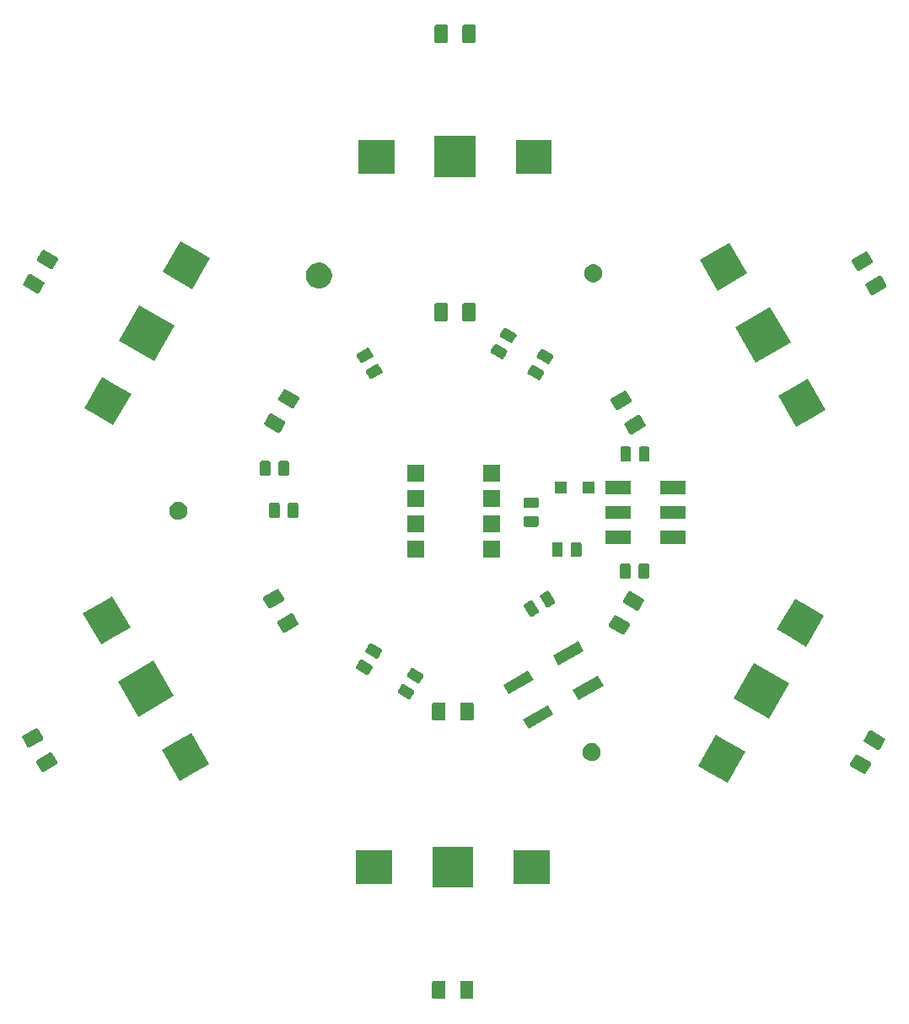
<source format=gts>
G04 #@! TF.GenerationSoftware,KiCad,Pcbnew,(5.1.0)-1*
G04 #@! TF.CreationDate,2019-12-07T09:56:38-05:00*
G04 #@! TF.ProjectId,snowflake,736e6f77-666c-4616-9b65-2e6b69636164,rev?*
G04 #@! TF.SameCoordinates,Original*
G04 #@! TF.FileFunction,Soldermask,Top*
G04 #@! TF.FilePolarity,Negative*
%FSLAX46Y46*%
G04 Gerber Fmt 4.6, Leading zero omitted, Abs format (unit mm)*
G04 Created by KiCad (PCBNEW (5.1.0)-1) date 2019-12-07 09:56:38*
%MOMM*%
%LPD*%
G04 APERTURE LIST*
%ADD10C,0.100000*%
G04 APERTURE END LIST*
D10*
G36*
X150365679Y-169184762D02*
G01*
X150402219Y-169195847D01*
X150435896Y-169213848D01*
X150465416Y-169238074D01*
X150489642Y-169267594D01*
X150507643Y-169301271D01*
X150518728Y-169337811D01*
X150523075Y-169381953D01*
X150523075Y-170830877D01*
X150518728Y-170875019D01*
X150507643Y-170911559D01*
X150489642Y-170945236D01*
X150465416Y-170974756D01*
X150435896Y-170998982D01*
X150402219Y-171016983D01*
X150365679Y-171028068D01*
X150321537Y-171032415D01*
X149372613Y-171032415D01*
X149328471Y-171028068D01*
X149291931Y-171016983D01*
X149258254Y-170998982D01*
X149228734Y-170974756D01*
X149204508Y-170945236D01*
X149186507Y-170911559D01*
X149175422Y-170875019D01*
X149171075Y-170830877D01*
X149171075Y-169381953D01*
X149175422Y-169337811D01*
X149186507Y-169301271D01*
X149204508Y-169267594D01*
X149228734Y-169238074D01*
X149258254Y-169213848D01*
X149291931Y-169195847D01*
X149328471Y-169184762D01*
X149372613Y-169180415D01*
X150321537Y-169180415D01*
X150365679Y-169184762D01*
X150365679Y-169184762D01*
G37*
G36*
X147565679Y-169184762D02*
G01*
X147602219Y-169195847D01*
X147635896Y-169213848D01*
X147665416Y-169238074D01*
X147689642Y-169267594D01*
X147707643Y-169301271D01*
X147718728Y-169337811D01*
X147723075Y-169381953D01*
X147723075Y-170830877D01*
X147718728Y-170875019D01*
X147707643Y-170911559D01*
X147689642Y-170945236D01*
X147665416Y-170974756D01*
X147635896Y-170998982D01*
X147602219Y-171016983D01*
X147565679Y-171028068D01*
X147521537Y-171032415D01*
X146572613Y-171032415D01*
X146528471Y-171028068D01*
X146491931Y-171016983D01*
X146458254Y-170998982D01*
X146428734Y-170974756D01*
X146404508Y-170945236D01*
X146386507Y-170911559D01*
X146375422Y-170875019D01*
X146371075Y-170830877D01*
X146371075Y-169381953D01*
X146375422Y-169337811D01*
X146386507Y-169301271D01*
X146404508Y-169267594D01*
X146428734Y-169238074D01*
X146458254Y-169213848D01*
X146491931Y-169195847D01*
X146528471Y-169184762D01*
X146572613Y-169180415D01*
X147521537Y-169180415D01*
X147565679Y-169184762D01*
X147565679Y-169184762D01*
G37*
G36*
X150498085Y-159838408D02*
G01*
X146396085Y-159838408D01*
X146396085Y-155736408D01*
X150498085Y-155736408D01*
X150498085Y-159838408D01*
X150498085Y-159838408D01*
G37*
G36*
X158148085Y-159488408D02*
G01*
X154546085Y-159488408D01*
X154546085Y-156086408D01*
X158148085Y-156086408D01*
X158148085Y-159488408D01*
X158148085Y-159488408D01*
G37*
G36*
X142348085Y-159488408D02*
G01*
X138746085Y-159488408D01*
X138746085Y-156086408D01*
X142348085Y-156086408D01*
X142348085Y-159488408D01*
X142348085Y-159488408D01*
G37*
G36*
X176124343Y-145224400D02*
G01*
X177835525Y-146212351D01*
X176034525Y-149331775D01*
X176034524Y-149331775D01*
X174360258Y-148365137D01*
X173088305Y-147630775D01*
X174889305Y-144511351D01*
X174889306Y-144511351D01*
X176124343Y-145224400D01*
X176124343Y-145224400D01*
G37*
G36*
X123965929Y-147422070D02*
G01*
X122602636Y-148209167D01*
X121019710Y-149123070D01*
X121019709Y-149123070D01*
X119218709Y-146003646D01*
X120691819Y-145153146D01*
X122164928Y-144302646D01*
X122164929Y-144302646D01*
X123965929Y-147422070D01*
X123965929Y-147422070D01*
G37*
G36*
X189013493Y-146477263D02*
G01*
X189050679Y-146485934D01*
X189091086Y-146504241D01*
X190345885Y-147228700D01*
X190381938Y-147254536D01*
X190408044Y-147282409D01*
X190428209Y-147314837D01*
X190441659Y-147350572D01*
X190447880Y-147388254D01*
X190446631Y-147426419D01*
X190437959Y-147463607D01*
X190419653Y-147504011D01*
X189945194Y-148325799D01*
X189919360Y-148361851D01*
X189891485Y-148387958D01*
X189859057Y-148408123D01*
X189823322Y-148421573D01*
X189785640Y-148427794D01*
X189747475Y-148426545D01*
X189710289Y-148417874D01*
X189669882Y-148399567D01*
X188415083Y-147675108D01*
X188379030Y-147649272D01*
X188352924Y-147621399D01*
X188332759Y-147588971D01*
X188319309Y-147553236D01*
X188313088Y-147515554D01*
X188314337Y-147477389D01*
X188323009Y-147440201D01*
X188341315Y-147399797D01*
X188815774Y-146578009D01*
X188841608Y-146541957D01*
X188869483Y-146515850D01*
X188901911Y-146495685D01*
X188937646Y-146482235D01*
X188975328Y-146476014D01*
X189013493Y-146477263D01*
X189013493Y-146477263D01*
G37*
G36*
X108116585Y-146273528D02*
G01*
X108152320Y-146286978D01*
X108184748Y-146307143D01*
X108212623Y-146333250D01*
X108238457Y-146369302D01*
X108712916Y-147191090D01*
X108731222Y-147231494D01*
X108739894Y-147268682D01*
X108741143Y-147306847D01*
X108734922Y-147344529D01*
X108721472Y-147380264D01*
X108701307Y-147412692D01*
X108675201Y-147440565D01*
X108639148Y-147466401D01*
X107384349Y-148190860D01*
X107343942Y-148209167D01*
X107306756Y-148217838D01*
X107268591Y-148219087D01*
X107230909Y-148212866D01*
X107195174Y-148199416D01*
X107162746Y-148179251D01*
X107134871Y-148153144D01*
X107109037Y-148117092D01*
X106634578Y-147295304D01*
X106616272Y-147254900D01*
X106607600Y-147217712D01*
X106606351Y-147179547D01*
X106612572Y-147141865D01*
X106626022Y-147106130D01*
X106646187Y-147073702D01*
X106672293Y-147045829D01*
X106708346Y-147019993D01*
X107963145Y-146295534D01*
X108003552Y-146277227D01*
X108040738Y-146268556D01*
X108078903Y-146267307D01*
X108116585Y-146273528D01*
X108116585Y-146273528D01*
G37*
G36*
X162504225Y-145339191D02*
G01*
X162653525Y-145368888D01*
X162817497Y-145436808D01*
X162965067Y-145535411D01*
X163090566Y-145660910D01*
X163189169Y-145808480D01*
X163257089Y-145972452D01*
X163291713Y-146146523D01*
X163291713Y-146324005D01*
X163257089Y-146498076D01*
X163189169Y-146662048D01*
X163090566Y-146809618D01*
X162965067Y-146935117D01*
X162817497Y-147033720D01*
X162653525Y-147101640D01*
X162504225Y-147131337D01*
X162479455Y-147136264D01*
X162301971Y-147136264D01*
X162277201Y-147131337D01*
X162127901Y-147101640D01*
X161963929Y-147033720D01*
X161816359Y-146935117D01*
X161690860Y-146809618D01*
X161592257Y-146662048D01*
X161524337Y-146498076D01*
X161489713Y-146324005D01*
X161489713Y-146146523D01*
X161524337Y-145972452D01*
X161592257Y-145808480D01*
X161690860Y-145660910D01*
X161816359Y-145535411D01*
X161963929Y-145436808D01*
X162127901Y-145368888D01*
X162277201Y-145339191D01*
X162301971Y-145334264D01*
X162479455Y-145334264D01*
X162504225Y-145339191D01*
X162504225Y-145339191D01*
G37*
G36*
X190413493Y-144052391D02*
G01*
X190450679Y-144061062D01*
X190491086Y-144079369D01*
X191745885Y-144803828D01*
X191781938Y-144829664D01*
X191808044Y-144857537D01*
X191828209Y-144889965D01*
X191841659Y-144925700D01*
X191847880Y-144963382D01*
X191846631Y-145001547D01*
X191837959Y-145038735D01*
X191819653Y-145079139D01*
X191345194Y-145900927D01*
X191319360Y-145936979D01*
X191291485Y-145963086D01*
X191259057Y-145983251D01*
X191223322Y-145996701D01*
X191185640Y-146002922D01*
X191147475Y-146001673D01*
X191110289Y-145993002D01*
X191069882Y-145974695D01*
X189815083Y-145250236D01*
X189779030Y-145224400D01*
X189752924Y-145196527D01*
X189732759Y-145164099D01*
X189719309Y-145128364D01*
X189713088Y-145090682D01*
X189714337Y-145052517D01*
X189723009Y-145015329D01*
X189741315Y-144974925D01*
X190215774Y-144153137D01*
X190241608Y-144117085D01*
X190269483Y-144090978D01*
X190301911Y-144070813D01*
X190337646Y-144057363D01*
X190375328Y-144051142D01*
X190413493Y-144052391D01*
X190413493Y-144052391D01*
G37*
G36*
X106716585Y-143848656D02*
G01*
X106752320Y-143862106D01*
X106784748Y-143882271D01*
X106812623Y-143908378D01*
X106838457Y-143944430D01*
X107312916Y-144766218D01*
X107331222Y-144806622D01*
X107339894Y-144843810D01*
X107341143Y-144881975D01*
X107334922Y-144919657D01*
X107321472Y-144955392D01*
X107301307Y-144987820D01*
X107275201Y-145015693D01*
X107239148Y-145041529D01*
X105984349Y-145765988D01*
X105943942Y-145784295D01*
X105906756Y-145792966D01*
X105868591Y-145794215D01*
X105830909Y-145787994D01*
X105795174Y-145774544D01*
X105762746Y-145754379D01*
X105734871Y-145728272D01*
X105709037Y-145692220D01*
X105234578Y-144870432D01*
X105216272Y-144830028D01*
X105207600Y-144792840D01*
X105206351Y-144754675D01*
X105212572Y-144716993D01*
X105226022Y-144681258D01*
X105246187Y-144648830D01*
X105272293Y-144620957D01*
X105308346Y-144595121D01*
X106563145Y-143870662D01*
X106603552Y-143852355D01*
X106640738Y-143843684D01*
X106678903Y-143842435D01*
X106716585Y-143848656D01*
X106716585Y-143848656D01*
G37*
G36*
X158553032Y-142439771D02*
G01*
X156039825Y-143890772D01*
X155488824Y-142936411D01*
X158002031Y-141485410D01*
X158553032Y-142439771D01*
X158553032Y-142439771D01*
G37*
G36*
X150368687Y-141244764D02*
G01*
X150405227Y-141255849D01*
X150438904Y-141273850D01*
X150468424Y-141298076D01*
X150492650Y-141327596D01*
X150510651Y-141361273D01*
X150521736Y-141397813D01*
X150526083Y-141441955D01*
X150526083Y-142890879D01*
X150521736Y-142935021D01*
X150510651Y-142971561D01*
X150492650Y-143005238D01*
X150468424Y-143034758D01*
X150438904Y-143058984D01*
X150405227Y-143076985D01*
X150368687Y-143088070D01*
X150324545Y-143092417D01*
X149375621Y-143092417D01*
X149331479Y-143088070D01*
X149294939Y-143076985D01*
X149261262Y-143058984D01*
X149231742Y-143034758D01*
X149207516Y-143005238D01*
X149189515Y-142971561D01*
X149178430Y-142935021D01*
X149174083Y-142890879D01*
X149174083Y-141441955D01*
X149178430Y-141397813D01*
X149189515Y-141361273D01*
X149207516Y-141327596D01*
X149231742Y-141298076D01*
X149261262Y-141273850D01*
X149294939Y-141255849D01*
X149331479Y-141244764D01*
X149375621Y-141240417D01*
X150324545Y-141240417D01*
X150368687Y-141244764D01*
X150368687Y-141244764D01*
G37*
G36*
X147568687Y-141244764D02*
G01*
X147605227Y-141255849D01*
X147638904Y-141273850D01*
X147668424Y-141298076D01*
X147692650Y-141327596D01*
X147710651Y-141361273D01*
X147721736Y-141397813D01*
X147726083Y-141441955D01*
X147726083Y-142890879D01*
X147721736Y-142935021D01*
X147710651Y-142971561D01*
X147692650Y-143005238D01*
X147668424Y-143034758D01*
X147638904Y-143058984D01*
X147605227Y-143076985D01*
X147568687Y-143088070D01*
X147524545Y-143092417D01*
X146575621Y-143092417D01*
X146531479Y-143088070D01*
X146494939Y-143076985D01*
X146461262Y-143058984D01*
X146431742Y-143034758D01*
X146407516Y-143005238D01*
X146389515Y-142971561D01*
X146378430Y-142935021D01*
X146374083Y-142890879D01*
X146374083Y-141441955D01*
X146378430Y-141397813D01*
X146389515Y-141361273D01*
X146407516Y-141327596D01*
X146431742Y-141298076D01*
X146461262Y-141273850D01*
X146494939Y-141255849D01*
X146531479Y-141244764D01*
X146575621Y-141240417D01*
X147524545Y-141240417D01*
X147568687Y-141244764D01*
X147568687Y-141244764D01*
G37*
G36*
X182213634Y-139329244D02*
G01*
X180162633Y-142881681D01*
X176610196Y-140830680D01*
X178661197Y-137278243D01*
X182213634Y-139329244D01*
X182213634Y-139329244D01*
G37*
G36*
X120444038Y-140621975D02*
G01*
X116891601Y-142672976D01*
X114840600Y-139120539D01*
X118393037Y-137069538D01*
X120444038Y-140621975D01*
X120444038Y-140621975D01*
G37*
G36*
X163575980Y-139539771D02*
G01*
X161062773Y-140990772D01*
X160511772Y-140036411D01*
X163024979Y-138585410D01*
X163575980Y-139539771D01*
X163575980Y-139539771D01*
G37*
G36*
X143469086Y-139409575D02*
G01*
X143508450Y-139418754D01*
X143550872Y-139437975D01*
X144482910Y-139976087D01*
X144520768Y-140003217D01*
X144548396Y-140032715D01*
X144569736Y-140067031D01*
X144583972Y-140104856D01*
X144590554Y-140144723D01*
X144589232Y-140185111D01*
X144580054Y-140224472D01*
X144560828Y-140266904D01*
X144532653Y-140315705D01*
X144532651Y-140315709D01*
X144398026Y-140548886D01*
X144235224Y-140830868D01*
X144208089Y-140868735D01*
X144178592Y-140896361D01*
X144144276Y-140917701D01*
X144106451Y-140931937D01*
X144066584Y-140938519D01*
X144026196Y-140937197D01*
X143986832Y-140928018D01*
X143944410Y-140908797D01*
X143012372Y-140370685D01*
X142974514Y-140343555D01*
X142946886Y-140314057D01*
X142925546Y-140279741D01*
X142911310Y-140241916D01*
X142904728Y-140202049D01*
X142906050Y-140161661D01*
X142915228Y-140122300D01*
X142934454Y-140079868D01*
X142962629Y-140031067D01*
X142962631Y-140031063D01*
X143097256Y-139797886D01*
X143260058Y-139515904D01*
X143287193Y-139478037D01*
X143316690Y-139450411D01*
X143351006Y-139429071D01*
X143388831Y-139414835D01*
X143428698Y-139408253D01*
X143469086Y-139409575D01*
X143469086Y-139409575D01*
G37*
G36*
X156553032Y-138975669D02*
G01*
X154039825Y-140426670D01*
X153488824Y-139472309D01*
X156002031Y-138021308D01*
X156553032Y-138975669D01*
X156553032Y-138975669D01*
G37*
G36*
X144406586Y-137785777D02*
G01*
X144445950Y-137794956D01*
X144488372Y-137814177D01*
X145420410Y-138352289D01*
X145458268Y-138379419D01*
X145485896Y-138408917D01*
X145507236Y-138443233D01*
X145521472Y-138481058D01*
X145528054Y-138520925D01*
X145526732Y-138561313D01*
X145517554Y-138600674D01*
X145498328Y-138643106D01*
X145470153Y-138691907D01*
X145470151Y-138691911D01*
X145335526Y-138925088D01*
X145172724Y-139207070D01*
X145145589Y-139244937D01*
X145116092Y-139272563D01*
X145081776Y-139293903D01*
X145043951Y-139308139D01*
X145004084Y-139314721D01*
X144963696Y-139313399D01*
X144924332Y-139304220D01*
X144881910Y-139284999D01*
X143949872Y-138746887D01*
X143912014Y-138719757D01*
X143884386Y-138690259D01*
X143863046Y-138655943D01*
X143848810Y-138618118D01*
X143842228Y-138578251D01*
X143843550Y-138537863D01*
X143852728Y-138498502D01*
X143871954Y-138456070D01*
X143900129Y-138407269D01*
X143900131Y-138407265D01*
X144122963Y-138021309D01*
X144197558Y-137892106D01*
X144224693Y-137854239D01*
X144254190Y-137826613D01*
X144288506Y-137805273D01*
X144326331Y-137791037D01*
X144366198Y-137784455D01*
X144406586Y-137785777D01*
X144406586Y-137785777D01*
G37*
G36*
X139279813Y-136950306D02*
G01*
X139319177Y-136959485D01*
X139361599Y-136978706D01*
X140293637Y-137516818D01*
X140331495Y-137543948D01*
X140359123Y-137573446D01*
X140380463Y-137607762D01*
X140394699Y-137645587D01*
X140401281Y-137685454D01*
X140399959Y-137725842D01*
X140390781Y-137765203D01*
X140371555Y-137807635D01*
X140343380Y-137856436D01*
X140343378Y-137856440D01*
X140248191Y-138021308D01*
X140045951Y-138371599D01*
X140018816Y-138409466D01*
X139989319Y-138437092D01*
X139955003Y-138458432D01*
X139917178Y-138472668D01*
X139877311Y-138479250D01*
X139836923Y-138477928D01*
X139797559Y-138468749D01*
X139755137Y-138449528D01*
X138823099Y-137911416D01*
X138785241Y-137884286D01*
X138757613Y-137854788D01*
X138736273Y-137820472D01*
X138722037Y-137782647D01*
X138715455Y-137742780D01*
X138716777Y-137702392D01*
X138725955Y-137663031D01*
X138745181Y-137620599D01*
X138773356Y-137571798D01*
X138773358Y-137571794D01*
X138942840Y-137278243D01*
X139070785Y-137056635D01*
X139097920Y-137018768D01*
X139127417Y-136991142D01*
X139161733Y-136969802D01*
X139199558Y-136955566D01*
X139239425Y-136948984D01*
X139279813Y-136950306D01*
X139279813Y-136950306D01*
G37*
G36*
X161575980Y-136075669D02*
G01*
X159062773Y-137526670D01*
X158511772Y-136572309D01*
X161024979Y-135121308D01*
X161575980Y-136075669D01*
X161575980Y-136075669D01*
G37*
G36*
X140217313Y-135326508D02*
G01*
X140256677Y-135335687D01*
X140299099Y-135354908D01*
X141231137Y-135893020D01*
X141268995Y-135920150D01*
X141296623Y-135949648D01*
X141317963Y-135983964D01*
X141332199Y-136021789D01*
X141338781Y-136061656D01*
X141337459Y-136102044D01*
X141328281Y-136141405D01*
X141309055Y-136183837D01*
X141280880Y-136232638D01*
X141280878Y-136232642D01*
X141146253Y-136465819D01*
X140983451Y-136747801D01*
X140956316Y-136785668D01*
X140926819Y-136813294D01*
X140892503Y-136834634D01*
X140854678Y-136848870D01*
X140814811Y-136855452D01*
X140774423Y-136854130D01*
X140735059Y-136844951D01*
X140692637Y-136825730D01*
X139760599Y-136287618D01*
X139722741Y-136260488D01*
X139695113Y-136230990D01*
X139673773Y-136196674D01*
X139659537Y-136158849D01*
X139652955Y-136118982D01*
X139654277Y-136078594D01*
X139663455Y-136039233D01*
X139682681Y-135996801D01*
X139710856Y-135948000D01*
X139710858Y-135947996D01*
X139883730Y-135648573D01*
X140008285Y-135432837D01*
X140035420Y-135394970D01*
X140064917Y-135367344D01*
X140099233Y-135346004D01*
X140137058Y-135331768D01*
X140176925Y-135325186D01*
X140217313Y-135326508D01*
X140217313Y-135326508D01*
G37*
G36*
X184179107Y-131630551D02*
G01*
X185735525Y-132529149D01*
X183934525Y-135648573D01*
X183934524Y-135648573D01*
X181867533Y-134455195D01*
X180988305Y-133947573D01*
X182789305Y-130828149D01*
X182789306Y-130828149D01*
X184179107Y-131630551D01*
X184179107Y-131630551D01*
G37*
G36*
X116065929Y-133738868D02*
G01*
X114592819Y-134589368D01*
X113119710Y-135439868D01*
X113119709Y-135439868D01*
X111318709Y-132320444D01*
X113014169Y-131341570D01*
X114264928Y-130619444D01*
X114264929Y-130619444D01*
X116065929Y-133738868D01*
X116065929Y-133738868D01*
G37*
G36*
X164818241Y-132504664D02*
G01*
X164855427Y-132513335D01*
X164895834Y-132531642D01*
X166150633Y-133256101D01*
X166186686Y-133281937D01*
X166212792Y-133309810D01*
X166232957Y-133342238D01*
X166246407Y-133377973D01*
X166252628Y-133415655D01*
X166251379Y-133453820D01*
X166242707Y-133491008D01*
X166224401Y-133531412D01*
X165749942Y-134353200D01*
X165724108Y-134389252D01*
X165696233Y-134415359D01*
X165663805Y-134435524D01*
X165628070Y-134448974D01*
X165590388Y-134455195D01*
X165552223Y-134453946D01*
X165515037Y-134445275D01*
X165474630Y-134426968D01*
X164219831Y-133702509D01*
X164183778Y-133676673D01*
X164157672Y-133648800D01*
X164137507Y-133616372D01*
X164124057Y-133580637D01*
X164117836Y-133542955D01*
X164119085Y-133504790D01*
X164127757Y-133467602D01*
X164146063Y-133427198D01*
X164620522Y-132605410D01*
X164646356Y-132569358D01*
X164674231Y-132543251D01*
X164706659Y-132523086D01*
X164742394Y-132509636D01*
X164780076Y-132503415D01*
X164818241Y-132504664D01*
X164818241Y-132504664D01*
G37*
G36*
X132314840Y-132306123D02*
G01*
X132350575Y-132319573D01*
X132383003Y-132339738D01*
X132410878Y-132365845D01*
X132436712Y-132401897D01*
X132911171Y-133223685D01*
X132929477Y-133264089D01*
X132938149Y-133301277D01*
X132939398Y-133339442D01*
X132933177Y-133377124D01*
X132919727Y-133412859D01*
X132899562Y-133445287D01*
X132873456Y-133473160D01*
X132837403Y-133498996D01*
X131582604Y-134223455D01*
X131542197Y-134241762D01*
X131505011Y-134250433D01*
X131466846Y-134251682D01*
X131429164Y-134245461D01*
X131393429Y-134232011D01*
X131361001Y-134211846D01*
X131333126Y-134185739D01*
X131307292Y-134149687D01*
X130832833Y-133327899D01*
X130814527Y-133287495D01*
X130805855Y-133250307D01*
X130804606Y-133212142D01*
X130810827Y-133174460D01*
X130824277Y-133138725D01*
X130844442Y-133106297D01*
X130870548Y-133078424D01*
X130906601Y-133052588D01*
X132161400Y-132328129D01*
X132201807Y-132309822D01*
X132238993Y-132301151D01*
X132277158Y-132299902D01*
X132314840Y-132306123D01*
X132314840Y-132306123D01*
G37*
G36*
X156402045Y-130990255D02*
G01*
X156439870Y-131004491D01*
X156474186Y-131025831D01*
X156503684Y-131053459D01*
X156530814Y-131091317D01*
X157068926Y-132023355D01*
X157088147Y-132065777D01*
X157097326Y-132105141D01*
X157098648Y-132145529D01*
X157092066Y-132185396D01*
X157077830Y-132223221D01*
X157056490Y-132257537D01*
X157028864Y-132287034D01*
X156990997Y-132314169D01*
X156839047Y-132401897D01*
X156475838Y-132611596D01*
X156475834Y-132611598D01*
X156427033Y-132639773D01*
X156384601Y-132658999D01*
X156345240Y-132668177D01*
X156304852Y-132669499D01*
X156264985Y-132662917D01*
X156227160Y-132648681D01*
X156192844Y-132627341D01*
X156163346Y-132599713D01*
X156136216Y-132561855D01*
X155598104Y-131629817D01*
X155578883Y-131587395D01*
X155569704Y-131548031D01*
X155568382Y-131507643D01*
X155574964Y-131467776D01*
X155589200Y-131429951D01*
X155610540Y-131395635D01*
X155638166Y-131366138D01*
X155676033Y-131339003D01*
X156041022Y-131128277D01*
X156191192Y-131041576D01*
X156191196Y-131041574D01*
X156239997Y-131013399D01*
X156282429Y-130994173D01*
X156321790Y-130984995D01*
X156362178Y-130983673D01*
X156402045Y-130990255D01*
X156402045Y-130990255D01*
G37*
G36*
X166218241Y-130079792D02*
G01*
X166255427Y-130088463D01*
X166295834Y-130106770D01*
X167550633Y-130831229D01*
X167586686Y-130857065D01*
X167612792Y-130884938D01*
X167632957Y-130917366D01*
X167646407Y-130953101D01*
X167652628Y-130990783D01*
X167651379Y-131028948D01*
X167642707Y-131066136D01*
X167624401Y-131106540D01*
X167149942Y-131928328D01*
X167124108Y-131964380D01*
X167096233Y-131990487D01*
X167063805Y-132010652D01*
X167028070Y-132024102D01*
X166990388Y-132030323D01*
X166952223Y-132029074D01*
X166915037Y-132020403D01*
X166874630Y-132002096D01*
X165619831Y-131277637D01*
X165583778Y-131251801D01*
X165557672Y-131223928D01*
X165537507Y-131191500D01*
X165524057Y-131155765D01*
X165517836Y-131118083D01*
X165519085Y-131079918D01*
X165527757Y-131042730D01*
X165546063Y-131002326D01*
X166020522Y-130180538D01*
X166046356Y-130144486D01*
X166074231Y-130118379D01*
X166106659Y-130098214D01*
X166142394Y-130084764D01*
X166180076Y-130078543D01*
X166218241Y-130079792D01*
X166218241Y-130079792D01*
G37*
G36*
X130914840Y-129881251D02*
G01*
X130950575Y-129894701D01*
X130983003Y-129914866D01*
X131010878Y-129940973D01*
X131036712Y-129977025D01*
X131511171Y-130798813D01*
X131529477Y-130839217D01*
X131538149Y-130876405D01*
X131539398Y-130914570D01*
X131533177Y-130952252D01*
X131519727Y-130987987D01*
X131499562Y-131020415D01*
X131473456Y-131048288D01*
X131437403Y-131074124D01*
X130182604Y-131798583D01*
X130142197Y-131816890D01*
X130105011Y-131825561D01*
X130066846Y-131826810D01*
X130029164Y-131820589D01*
X129993429Y-131807139D01*
X129961001Y-131786974D01*
X129933126Y-131760867D01*
X129907292Y-131724815D01*
X129432833Y-130903027D01*
X129414527Y-130862623D01*
X129405855Y-130825435D01*
X129404606Y-130787270D01*
X129410827Y-130749588D01*
X129424277Y-130713853D01*
X129444442Y-130681425D01*
X129470548Y-130653552D01*
X129506601Y-130627716D01*
X130761400Y-129903257D01*
X130801807Y-129884950D01*
X130838993Y-129876279D01*
X130877158Y-129875030D01*
X130914840Y-129881251D01*
X130914840Y-129881251D01*
G37*
G36*
X158025843Y-130052755D02*
G01*
X158063668Y-130066991D01*
X158097984Y-130088331D01*
X158127482Y-130115959D01*
X158154612Y-130153817D01*
X158692724Y-131085855D01*
X158711945Y-131128277D01*
X158721124Y-131167641D01*
X158722446Y-131208029D01*
X158715864Y-131247896D01*
X158701628Y-131285721D01*
X158680288Y-131320037D01*
X158652662Y-131349534D01*
X158614795Y-131376669D01*
X158445665Y-131474316D01*
X158099636Y-131674096D01*
X158099632Y-131674098D01*
X158050831Y-131702273D01*
X158008399Y-131721499D01*
X157969038Y-131730677D01*
X157928650Y-131731999D01*
X157888783Y-131725417D01*
X157850958Y-131711181D01*
X157816642Y-131689841D01*
X157787144Y-131662213D01*
X157760014Y-131624355D01*
X157221902Y-130692317D01*
X157202681Y-130649895D01*
X157193502Y-130610531D01*
X157192180Y-130570143D01*
X157198762Y-130530276D01*
X157212998Y-130492451D01*
X157234338Y-130458135D01*
X157261964Y-130428638D01*
X157299831Y-130401503D01*
X157653892Y-130197086D01*
X157814990Y-130104076D01*
X157814994Y-130104074D01*
X157863795Y-130075899D01*
X157906227Y-130056673D01*
X157945588Y-130047495D01*
X157985976Y-130046173D01*
X158025843Y-130052755D01*
X158025843Y-130052755D01*
G37*
G36*
X168007851Y-127310300D02*
G01*
X168046521Y-127322031D01*
X168082160Y-127341081D01*
X168113400Y-127366718D01*
X168139037Y-127397958D01*
X168158087Y-127433597D01*
X168169818Y-127472267D01*
X168174383Y-127518623D01*
X168174383Y-128594847D01*
X168169818Y-128641203D01*
X168158087Y-128679873D01*
X168139037Y-128715512D01*
X168113400Y-128746752D01*
X168082160Y-128772389D01*
X168046521Y-128791439D01*
X168007851Y-128803170D01*
X167961495Y-128807735D01*
X167310271Y-128807735D01*
X167263915Y-128803170D01*
X167225245Y-128791439D01*
X167189606Y-128772389D01*
X167158366Y-128746752D01*
X167132729Y-128715512D01*
X167113679Y-128679873D01*
X167101948Y-128641203D01*
X167097383Y-128594847D01*
X167097383Y-127518623D01*
X167101948Y-127472267D01*
X167113679Y-127433597D01*
X167132729Y-127397958D01*
X167158366Y-127366718D01*
X167189606Y-127341081D01*
X167225245Y-127322031D01*
X167263915Y-127310300D01*
X167310271Y-127305735D01*
X167961495Y-127305735D01*
X168007851Y-127310300D01*
X168007851Y-127310300D01*
G37*
G36*
X166132851Y-127310300D02*
G01*
X166171521Y-127322031D01*
X166207160Y-127341081D01*
X166238400Y-127366718D01*
X166264037Y-127397958D01*
X166283087Y-127433597D01*
X166294818Y-127472267D01*
X166299383Y-127518623D01*
X166299383Y-128594847D01*
X166294818Y-128641203D01*
X166283087Y-128679873D01*
X166264037Y-128715512D01*
X166238400Y-128746752D01*
X166207160Y-128772389D01*
X166171521Y-128791439D01*
X166132851Y-128803170D01*
X166086495Y-128807735D01*
X165435271Y-128807735D01*
X165388915Y-128803170D01*
X165350245Y-128791439D01*
X165314606Y-128772389D01*
X165283366Y-128746752D01*
X165257729Y-128715512D01*
X165238679Y-128679873D01*
X165226948Y-128641203D01*
X165222383Y-128594847D01*
X165222383Y-127518623D01*
X165226948Y-127472267D01*
X165238679Y-127433597D01*
X165257729Y-127397958D01*
X165283366Y-127366718D01*
X165314606Y-127341081D01*
X165350245Y-127322031D01*
X165388915Y-127310300D01*
X165435271Y-127305735D01*
X166086495Y-127305735D01*
X166132851Y-127310300D01*
X166132851Y-127310300D01*
G37*
G36*
X145593224Y-126746506D02*
G01*
X143891224Y-126746506D01*
X143891224Y-125044506D01*
X145593224Y-125044506D01*
X145593224Y-126746506D01*
X145593224Y-126746506D01*
G37*
G36*
X153213224Y-126746506D02*
G01*
X151511224Y-126746506D01*
X151511224Y-125044506D01*
X153213224Y-125044506D01*
X153213224Y-126746506D01*
X153213224Y-126746506D01*
G37*
G36*
X161199890Y-125155090D02*
G01*
X161238560Y-125166821D01*
X161274199Y-125185871D01*
X161305439Y-125211508D01*
X161331076Y-125242748D01*
X161350126Y-125278387D01*
X161361857Y-125317057D01*
X161366422Y-125363413D01*
X161366422Y-126439637D01*
X161361857Y-126485993D01*
X161350126Y-126524663D01*
X161331076Y-126560302D01*
X161305439Y-126591542D01*
X161274199Y-126617179D01*
X161238560Y-126636229D01*
X161199890Y-126647960D01*
X161153534Y-126652525D01*
X160502310Y-126652525D01*
X160455954Y-126647960D01*
X160417284Y-126636229D01*
X160381645Y-126617179D01*
X160350405Y-126591542D01*
X160324768Y-126560302D01*
X160305718Y-126524663D01*
X160293987Y-126485993D01*
X160289422Y-126439637D01*
X160289422Y-125363413D01*
X160293987Y-125317057D01*
X160305718Y-125278387D01*
X160324768Y-125242748D01*
X160350405Y-125211508D01*
X160381645Y-125185871D01*
X160417284Y-125166821D01*
X160455954Y-125155090D01*
X160502310Y-125150525D01*
X161153534Y-125150525D01*
X161199890Y-125155090D01*
X161199890Y-125155090D01*
G37*
G36*
X159324890Y-125155090D02*
G01*
X159363560Y-125166821D01*
X159399199Y-125185871D01*
X159430439Y-125211508D01*
X159456076Y-125242748D01*
X159475126Y-125278387D01*
X159486857Y-125317057D01*
X159491422Y-125363413D01*
X159491422Y-126439637D01*
X159486857Y-126485993D01*
X159475126Y-126524663D01*
X159456076Y-126560302D01*
X159430439Y-126591542D01*
X159399199Y-126617179D01*
X159363560Y-126636229D01*
X159324890Y-126647960D01*
X159278534Y-126652525D01*
X158627310Y-126652525D01*
X158580954Y-126647960D01*
X158542284Y-126636229D01*
X158506645Y-126617179D01*
X158475405Y-126591542D01*
X158449768Y-126560302D01*
X158430718Y-126524663D01*
X158418987Y-126485993D01*
X158414422Y-126439637D01*
X158414422Y-125363413D01*
X158418987Y-125317057D01*
X158430718Y-125278387D01*
X158449768Y-125242748D01*
X158475405Y-125211508D01*
X158506645Y-125185871D01*
X158542284Y-125166821D01*
X158580954Y-125155090D01*
X158627310Y-125150525D01*
X159278534Y-125150525D01*
X159324890Y-125155090D01*
X159324890Y-125155090D01*
G37*
G36*
X171839780Y-125344213D02*
G01*
X169237780Y-125344213D01*
X169237780Y-124042213D01*
X171839780Y-124042213D01*
X171839780Y-125344213D01*
X171839780Y-125344213D01*
G37*
G36*
X166339780Y-125344213D02*
G01*
X163737780Y-125344213D01*
X163737780Y-124042213D01*
X166339780Y-124042213D01*
X166339780Y-125344213D01*
X166339780Y-125344213D01*
G37*
G36*
X153213224Y-124206506D02*
G01*
X151511224Y-124206506D01*
X151511224Y-122504506D01*
X153213224Y-122504506D01*
X153213224Y-124206506D01*
X153213224Y-124206506D01*
G37*
G36*
X145593224Y-124206506D02*
G01*
X143891224Y-124206506D01*
X143891224Y-122504506D01*
X145593224Y-122504506D01*
X145593224Y-124206506D01*
X145593224Y-124206506D01*
G37*
G36*
X156895772Y-122551312D02*
G01*
X156934442Y-122563043D01*
X156970081Y-122582093D01*
X157001321Y-122607730D01*
X157026958Y-122638970D01*
X157046008Y-122674609D01*
X157057739Y-122713279D01*
X157062304Y-122759635D01*
X157062304Y-123410859D01*
X157057739Y-123457215D01*
X157046008Y-123495885D01*
X157026958Y-123531524D01*
X157001321Y-123562764D01*
X156970081Y-123588401D01*
X156934442Y-123607451D01*
X156895772Y-123619182D01*
X156849416Y-123623747D01*
X155773192Y-123623747D01*
X155726836Y-123619182D01*
X155688166Y-123607451D01*
X155652527Y-123588401D01*
X155621287Y-123562764D01*
X155595650Y-123531524D01*
X155576600Y-123495885D01*
X155564869Y-123457215D01*
X155560304Y-123410859D01*
X155560304Y-122759635D01*
X155564869Y-122713279D01*
X155576600Y-122674609D01*
X155595650Y-122638970D01*
X155621287Y-122607730D01*
X155652527Y-122582093D01*
X155688166Y-122563043D01*
X155726836Y-122551312D01*
X155773192Y-122546747D01*
X156849416Y-122546747D01*
X156895772Y-122551312D01*
X156895772Y-122551312D01*
G37*
G36*
X120986524Y-121113393D02*
G01*
X121135824Y-121143090D01*
X121299796Y-121211010D01*
X121447366Y-121309613D01*
X121572865Y-121435112D01*
X121671468Y-121582682D01*
X121739388Y-121746654D01*
X121774012Y-121920725D01*
X121774012Y-122098207D01*
X121739388Y-122272278D01*
X121671468Y-122436250D01*
X121572865Y-122583820D01*
X121447366Y-122709319D01*
X121299796Y-122807922D01*
X121135824Y-122875842D01*
X120986524Y-122905539D01*
X120961754Y-122910466D01*
X120784270Y-122910466D01*
X120759500Y-122905539D01*
X120610200Y-122875842D01*
X120446228Y-122807922D01*
X120298658Y-122709319D01*
X120173159Y-122583820D01*
X120074556Y-122436250D01*
X120006636Y-122272278D01*
X119972012Y-122098207D01*
X119972012Y-121920725D01*
X120006636Y-121746654D01*
X120074556Y-121582682D01*
X120173159Y-121435112D01*
X120298658Y-121309613D01*
X120446228Y-121211010D01*
X120610200Y-121143090D01*
X120759500Y-121113393D01*
X120784270Y-121108466D01*
X120961754Y-121108466D01*
X120986524Y-121113393D01*
X120986524Y-121113393D01*
G37*
G36*
X166339780Y-122844213D02*
G01*
X163737780Y-122844213D01*
X163737780Y-121542213D01*
X166339780Y-121542213D01*
X166339780Y-122844213D01*
X166339780Y-122844213D01*
G37*
G36*
X171839780Y-122844213D02*
G01*
X169237780Y-122844213D01*
X169237780Y-121542213D01*
X171839780Y-121542213D01*
X171839780Y-122844213D01*
X171839780Y-122844213D01*
G37*
G36*
X130900324Y-121211269D02*
G01*
X130938994Y-121223000D01*
X130974633Y-121242050D01*
X131005873Y-121267687D01*
X131031510Y-121298927D01*
X131050560Y-121334566D01*
X131062291Y-121373236D01*
X131066856Y-121419592D01*
X131066856Y-122495816D01*
X131062291Y-122542172D01*
X131050560Y-122580842D01*
X131031510Y-122616481D01*
X131005873Y-122647721D01*
X130974633Y-122673358D01*
X130938994Y-122692408D01*
X130900324Y-122704139D01*
X130853968Y-122708704D01*
X130202744Y-122708704D01*
X130156388Y-122704139D01*
X130117718Y-122692408D01*
X130082079Y-122673358D01*
X130050839Y-122647721D01*
X130025202Y-122616481D01*
X130006152Y-122580842D01*
X129994421Y-122542172D01*
X129989856Y-122495816D01*
X129989856Y-121419592D01*
X129994421Y-121373236D01*
X130006152Y-121334566D01*
X130025202Y-121298927D01*
X130050839Y-121267687D01*
X130082079Y-121242050D01*
X130117718Y-121223000D01*
X130156388Y-121211269D01*
X130202744Y-121206704D01*
X130853968Y-121206704D01*
X130900324Y-121211269D01*
X130900324Y-121211269D01*
G37*
G36*
X132775324Y-121211269D02*
G01*
X132813994Y-121223000D01*
X132849633Y-121242050D01*
X132880873Y-121267687D01*
X132906510Y-121298927D01*
X132925560Y-121334566D01*
X132937291Y-121373236D01*
X132941856Y-121419592D01*
X132941856Y-122495816D01*
X132937291Y-122542172D01*
X132925560Y-122580842D01*
X132906510Y-122616481D01*
X132880873Y-122647721D01*
X132849633Y-122673358D01*
X132813994Y-122692408D01*
X132775324Y-122704139D01*
X132728968Y-122708704D01*
X132077744Y-122708704D01*
X132031388Y-122704139D01*
X131992718Y-122692408D01*
X131957079Y-122673358D01*
X131925839Y-122647721D01*
X131900202Y-122616481D01*
X131881152Y-122580842D01*
X131869421Y-122542172D01*
X131864856Y-122495816D01*
X131864856Y-121419592D01*
X131869421Y-121373236D01*
X131881152Y-121334566D01*
X131900202Y-121298927D01*
X131925839Y-121267687D01*
X131957079Y-121242050D01*
X131992718Y-121223000D01*
X132031388Y-121211269D01*
X132077744Y-121206704D01*
X132728968Y-121206704D01*
X132775324Y-121211269D01*
X132775324Y-121211269D01*
G37*
G36*
X156895772Y-120676312D02*
G01*
X156934442Y-120688043D01*
X156970081Y-120707093D01*
X157001321Y-120732730D01*
X157026958Y-120763970D01*
X157046008Y-120799609D01*
X157057739Y-120838279D01*
X157062304Y-120884635D01*
X157062304Y-121535859D01*
X157057739Y-121582215D01*
X157046008Y-121620885D01*
X157026958Y-121656524D01*
X157001321Y-121687764D01*
X156970081Y-121713401D01*
X156934442Y-121732451D01*
X156895772Y-121744182D01*
X156849416Y-121748747D01*
X155773192Y-121748747D01*
X155726836Y-121744182D01*
X155688166Y-121732451D01*
X155652527Y-121713401D01*
X155621287Y-121687764D01*
X155595650Y-121656524D01*
X155576600Y-121620885D01*
X155564869Y-121582215D01*
X155560304Y-121535859D01*
X155560304Y-120884635D01*
X155564869Y-120838279D01*
X155576600Y-120799609D01*
X155595650Y-120763970D01*
X155621287Y-120732730D01*
X155652527Y-120707093D01*
X155688166Y-120688043D01*
X155726836Y-120676312D01*
X155773192Y-120671747D01*
X156849416Y-120671747D01*
X156895772Y-120676312D01*
X156895772Y-120676312D01*
G37*
G36*
X145593224Y-121666506D02*
G01*
X143891224Y-121666506D01*
X143891224Y-119964506D01*
X145593224Y-119964506D01*
X145593224Y-121666506D01*
X145593224Y-121666506D01*
G37*
G36*
X153213224Y-121666506D02*
G01*
X151511224Y-121666506D01*
X151511224Y-119964506D01*
X153213224Y-119964506D01*
X153213224Y-121666506D01*
X153213224Y-121666506D01*
G37*
G36*
X166339780Y-120344213D02*
G01*
X163737780Y-120344213D01*
X163737780Y-119042213D01*
X166339780Y-119042213D01*
X166339780Y-120344213D01*
X166339780Y-120344213D01*
G37*
G36*
X171839780Y-120344213D02*
G01*
X169237780Y-120344213D01*
X169237780Y-119042213D01*
X171839780Y-119042213D01*
X171839780Y-120344213D01*
X171839780Y-120344213D01*
G37*
G36*
X159856000Y-120285800D02*
G01*
X158654000Y-120285800D01*
X158654000Y-119083800D01*
X159856000Y-119083800D01*
X159856000Y-120285800D01*
X159856000Y-120285800D01*
G37*
G36*
X162656000Y-120285800D02*
G01*
X161454000Y-120285800D01*
X161454000Y-119083800D01*
X162656000Y-119083800D01*
X162656000Y-120285800D01*
X162656000Y-120285800D01*
G37*
G36*
X145593224Y-119126506D02*
G01*
X143891224Y-119126506D01*
X143891224Y-117424506D01*
X145593224Y-117424506D01*
X145593224Y-119126506D01*
X145593224Y-119126506D01*
G37*
G36*
X153213224Y-119126506D02*
G01*
X151511224Y-119126506D01*
X151511224Y-117424506D01*
X153213224Y-117424506D01*
X153213224Y-119126506D01*
X153213224Y-119126506D01*
G37*
G36*
X131839527Y-117013335D02*
G01*
X131878197Y-117025066D01*
X131913836Y-117044116D01*
X131945076Y-117069753D01*
X131970713Y-117100993D01*
X131989763Y-117136632D01*
X132001494Y-117175302D01*
X132006059Y-117221658D01*
X132006059Y-118297882D01*
X132001494Y-118344238D01*
X131989763Y-118382908D01*
X131970713Y-118418547D01*
X131945076Y-118449787D01*
X131913836Y-118475424D01*
X131878197Y-118494474D01*
X131839527Y-118506205D01*
X131793171Y-118510770D01*
X131141947Y-118510770D01*
X131095591Y-118506205D01*
X131056921Y-118494474D01*
X131021282Y-118475424D01*
X130990042Y-118449787D01*
X130964405Y-118418547D01*
X130945355Y-118382908D01*
X130933624Y-118344238D01*
X130929059Y-118297882D01*
X130929059Y-117221658D01*
X130933624Y-117175302D01*
X130945355Y-117136632D01*
X130964405Y-117100993D01*
X130990042Y-117069753D01*
X131021282Y-117044116D01*
X131056921Y-117025066D01*
X131095591Y-117013335D01*
X131141947Y-117008770D01*
X131793171Y-117008770D01*
X131839527Y-117013335D01*
X131839527Y-117013335D01*
G37*
G36*
X129964527Y-117013335D02*
G01*
X130003197Y-117025066D01*
X130038836Y-117044116D01*
X130070076Y-117069753D01*
X130095713Y-117100993D01*
X130114763Y-117136632D01*
X130126494Y-117175302D01*
X130131059Y-117221658D01*
X130131059Y-118297882D01*
X130126494Y-118344238D01*
X130114763Y-118382908D01*
X130095713Y-118418547D01*
X130070076Y-118449787D01*
X130038836Y-118475424D01*
X130003197Y-118494474D01*
X129964527Y-118506205D01*
X129918171Y-118510770D01*
X129266947Y-118510770D01*
X129220591Y-118506205D01*
X129181921Y-118494474D01*
X129146282Y-118475424D01*
X129115042Y-118449787D01*
X129089405Y-118418547D01*
X129070355Y-118382908D01*
X129058624Y-118344238D01*
X129054059Y-118297882D01*
X129054059Y-117221658D01*
X129058624Y-117175302D01*
X129070355Y-117136632D01*
X129089405Y-117100993D01*
X129115042Y-117069753D01*
X129146282Y-117044116D01*
X129181921Y-117025066D01*
X129220591Y-117013335D01*
X129266947Y-117008770D01*
X129918171Y-117008770D01*
X129964527Y-117013335D01*
X129964527Y-117013335D01*
G37*
G36*
X166166231Y-115568484D02*
G01*
X166204901Y-115580215D01*
X166240540Y-115599265D01*
X166271780Y-115624902D01*
X166297417Y-115656142D01*
X166316467Y-115691781D01*
X166328198Y-115730451D01*
X166332763Y-115776807D01*
X166332763Y-116853031D01*
X166328198Y-116899387D01*
X166316467Y-116938057D01*
X166297417Y-116973696D01*
X166271780Y-117004936D01*
X166240540Y-117030573D01*
X166204901Y-117049623D01*
X166166231Y-117061354D01*
X166119875Y-117065919D01*
X165468651Y-117065919D01*
X165422295Y-117061354D01*
X165383625Y-117049623D01*
X165347986Y-117030573D01*
X165316746Y-117004936D01*
X165291109Y-116973696D01*
X165272059Y-116938057D01*
X165260328Y-116899387D01*
X165255763Y-116853031D01*
X165255763Y-115776807D01*
X165260328Y-115730451D01*
X165272059Y-115691781D01*
X165291109Y-115656142D01*
X165316746Y-115624902D01*
X165347986Y-115599265D01*
X165383625Y-115580215D01*
X165422295Y-115568484D01*
X165468651Y-115563919D01*
X166119875Y-115563919D01*
X166166231Y-115568484D01*
X166166231Y-115568484D01*
G37*
G36*
X168041231Y-115568484D02*
G01*
X168079901Y-115580215D01*
X168115540Y-115599265D01*
X168146780Y-115624902D01*
X168172417Y-115656142D01*
X168191467Y-115691781D01*
X168203198Y-115730451D01*
X168207763Y-115776807D01*
X168207763Y-116853031D01*
X168203198Y-116899387D01*
X168191467Y-116938057D01*
X168172417Y-116973696D01*
X168146780Y-117004936D01*
X168115540Y-117030573D01*
X168079901Y-117049623D01*
X168041231Y-117061354D01*
X167994875Y-117065919D01*
X167343651Y-117065919D01*
X167297295Y-117061354D01*
X167258625Y-117049623D01*
X167222986Y-117030573D01*
X167191746Y-117004936D01*
X167166109Y-116973696D01*
X167147059Y-116938057D01*
X167135328Y-116899387D01*
X167130763Y-116853031D01*
X167130763Y-115776807D01*
X167135328Y-115730451D01*
X167147059Y-115691781D01*
X167166109Y-115656142D01*
X167191746Y-115624902D01*
X167222986Y-115599265D01*
X167258625Y-115580215D01*
X167297295Y-115568484D01*
X167343651Y-115563919D01*
X167994875Y-115563919D01*
X168041231Y-115568484D01*
X168041231Y-115568484D01*
G37*
G36*
X167185428Y-112397941D02*
G01*
X167221163Y-112411391D01*
X167253591Y-112431556D01*
X167281466Y-112457663D01*
X167307300Y-112493715D01*
X167781759Y-113315503D01*
X167800065Y-113355907D01*
X167808737Y-113393095D01*
X167809986Y-113431260D01*
X167803765Y-113468942D01*
X167790315Y-113504677D01*
X167770150Y-113537105D01*
X167744044Y-113564978D01*
X167707991Y-113590814D01*
X166453192Y-114315273D01*
X166412785Y-114333580D01*
X166375599Y-114342251D01*
X166337434Y-114343500D01*
X166299752Y-114337279D01*
X166264017Y-114323829D01*
X166231589Y-114303664D01*
X166203714Y-114277557D01*
X166177880Y-114241505D01*
X165703421Y-113419717D01*
X165685115Y-113379313D01*
X165676443Y-113342125D01*
X165675194Y-113303960D01*
X165681415Y-113266278D01*
X165694865Y-113230543D01*
X165715030Y-113198115D01*
X165741136Y-113170242D01*
X165777189Y-113144406D01*
X167031988Y-112419947D01*
X167072395Y-112401640D01*
X167109581Y-112392969D01*
X167147746Y-112391720D01*
X167185428Y-112397941D01*
X167185428Y-112397941D01*
G37*
G36*
X130205236Y-112228612D02*
G01*
X130242422Y-112237283D01*
X130282829Y-112255590D01*
X131537628Y-112980049D01*
X131573681Y-113005885D01*
X131599787Y-113033758D01*
X131619952Y-113066186D01*
X131633402Y-113101921D01*
X131639623Y-113139603D01*
X131638374Y-113177768D01*
X131629702Y-113214956D01*
X131611396Y-113255360D01*
X131136937Y-114077148D01*
X131111103Y-114113200D01*
X131083228Y-114139307D01*
X131050800Y-114159472D01*
X131015065Y-114172922D01*
X130977383Y-114179143D01*
X130939218Y-114177894D01*
X130902032Y-114169223D01*
X130861625Y-114150916D01*
X129606826Y-113426457D01*
X129570773Y-113400621D01*
X129544667Y-113372748D01*
X129524502Y-113340320D01*
X129511052Y-113304585D01*
X129504831Y-113266903D01*
X129506080Y-113228738D01*
X129514752Y-113191550D01*
X129533058Y-113151146D01*
X130007517Y-112329358D01*
X130033351Y-112293306D01*
X130061226Y-112267199D01*
X130093654Y-112247034D01*
X130129389Y-112233584D01*
X130167071Y-112227363D01*
X130205236Y-112228612D01*
X130205236Y-112228612D01*
G37*
G36*
X185895882Y-111898083D02*
G01*
X184422772Y-112748583D01*
X182949663Y-113599083D01*
X182949662Y-113599083D01*
X181148662Y-110479659D01*
X182621772Y-109629159D01*
X184094881Y-108778659D01*
X184094882Y-108778659D01*
X185895882Y-111898083D01*
X185895882Y-111898083D01*
G37*
G36*
X114696042Y-109459615D02*
G01*
X116169152Y-110310115D01*
X114368152Y-113429539D01*
X114368151Y-113429539D01*
X112775918Y-112510263D01*
X111421932Y-111728539D01*
X113222932Y-108609115D01*
X113222933Y-108609115D01*
X114696042Y-109459615D01*
X114696042Y-109459615D01*
G37*
G36*
X165785428Y-109973069D02*
G01*
X165821163Y-109986519D01*
X165853591Y-110006684D01*
X165881466Y-110032791D01*
X165907300Y-110068843D01*
X166381759Y-110890631D01*
X166400065Y-110931035D01*
X166408737Y-110968223D01*
X166409986Y-111006388D01*
X166403765Y-111044070D01*
X166390315Y-111079805D01*
X166370150Y-111112233D01*
X166344044Y-111140106D01*
X166307991Y-111165942D01*
X165053192Y-111890401D01*
X165012785Y-111908708D01*
X164975599Y-111917379D01*
X164937434Y-111918628D01*
X164899752Y-111912407D01*
X164864017Y-111898957D01*
X164831589Y-111878792D01*
X164803714Y-111852685D01*
X164777880Y-111816633D01*
X164303421Y-110994845D01*
X164285115Y-110954441D01*
X164276443Y-110917253D01*
X164275194Y-110879088D01*
X164281415Y-110841406D01*
X164294865Y-110805671D01*
X164315030Y-110773243D01*
X164341136Y-110745370D01*
X164377189Y-110719534D01*
X165631988Y-109995075D01*
X165672395Y-109976768D01*
X165709581Y-109968097D01*
X165747746Y-109966848D01*
X165785428Y-109973069D01*
X165785428Y-109973069D01*
G37*
G36*
X131605236Y-109803740D02*
G01*
X131642422Y-109812411D01*
X131682829Y-109830718D01*
X132937628Y-110555177D01*
X132973681Y-110581013D01*
X132999787Y-110608886D01*
X133019952Y-110641314D01*
X133033402Y-110677049D01*
X133039623Y-110714731D01*
X133038374Y-110752896D01*
X133029702Y-110790084D01*
X133011396Y-110830488D01*
X132536937Y-111652276D01*
X132511103Y-111688328D01*
X132483228Y-111714435D01*
X132450800Y-111734600D01*
X132415065Y-111748050D01*
X132377383Y-111754271D01*
X132339218Y-111753022D01*
X132302032Y-111744351D01*
X132261625Y-111726044D01*
X131006826Y-111001585D01*
X130970773Y-110975749D01*
X130944667Y-110947876D01*
X130924502Y-110915448D01*
X130911052Y-110879713D01*
X130904831Y-110842031D01*
X130906080Y-110803866D01*
X130914752Y-110766678D01*
X130933058Y-110726274D01*
X131407517Y-109904486D01*
X131433351Y-109868434D01*
X131461226Y-109842327D01*
X131493654Y-109822162D01*
X131529389Y-109808712D01*
X131567071Y-109802491D01*
X131605236Y-109803740D01*
X131605236Y-109803740D01*
G37*
G36*
X156496700Y-107383785D02*
G01*
X156536064Y-107392964D01*
X156578486Y-107412185D01*
X157510524Y-107950297D01*
X157548382Y-107977427D01*
X157576010Y-108006925D01*
X157597350Y-108041241D01*
X157611586Y-108079066D01*
X157618168Y-108118933D01*
X157616846Y-108159321D01*
X157607668Y-108198682D01*
X157588442Y-108241114D01*
X157560267Y-108289915D01*
X157560265Y-108289919D01*
X157425640Y-108523096D01*
X157262838Y-108805078D01*
X157235703Y-108842945D01*
X157206206Y-108870571D01*
X157171890Y-108891911D01*
X157134065Y-108906147D01*
X157094198Y-108912729D01*
X157053810Y-108911407D01*
X157014446Y-108902228D01*
X156972024Y-108883007D01*
X156039986Y-108344895D01*
X156002128Y-108317765D01*
X155974500Y-108288267D01*
X155953160Y-108253951D01*
X155938924Y-108216126D01*
X155932342Y-108176259D01*
X155933664Y-108135871D01*
X155942842Y-108096510D01*
X155962068Y-108054078D01*
X155990243Y-108005277D01*
X155990245Y-108005273D01*
X156124870Y-107772096D01*
X156287672Y-107490114D01*
X156314807Y-107452247D01*
X156344304Y-107424621D01*
X156378620Y-107403281D01*
X156416445Y-107389045D01*
X156456312Y-107382463D01*
X156496700Y-107383785D01*
X156496700Y-107383785D01*
G37*
G36*
X140911310Y-107277527D02*
G01*
X140949135Y-107291763D01*
X140983451Y-107313103D01*
X141012948Y-107340729D01*
X141040083Y-107378596D01*
X141132645Y-107538919D01*
X141337510Y-107893755D01*
X141337512Y-107893759D01*
X141365687Y-107942560D01*
X141384913Y-107984992D01*
X141394091Y-108024353D01*
X141395413Y-108064741D01*
X141388831Y-108104608D01*
X141374595Y-108142433D01*
X141353255Y-108176749D01*
X141325627Y-108206247D01*
X141287769Y-108233377D01*
X140355731Y-108771489D01*
X140313309Y-108790710D01*
X140273945Y-108799889D01*
X140233557Y-108801211D01*
X140193690Y-108794629D01*
X140155865Y-108780393D01*
X140121549Y-108759053D01*
X140092052Y-108731427D01*
X140064917Y-108693560D01*
X139879885Y-108373075D01*
X139767490Y-108178401D01*
X139767488Y-108178397D01*
X139739313Y-108129596D01*
X139720087Y-108087164D01*
X139710909Y-108047803D01*
X139709587Y-108007415D01*
X139716169Y-107967548D01*
X139730405Y-107929723D01*
X139751745Y-107895407D01*
X139779373Y-107865909D01*
X139817231Y-107838779D01*
X140749269Y-107300667D01*
X140791691Y-107281446D01*
X140831055Y-107272267D01*
X140871443Y-107270945D01*
X140911310Y-107277527D01*
X140911310Y-107277527D01*
G37*
G36*
X157434200Y-105759987D02*
G01*
X157473564Y-105769166D01*
X157515986Y-105788387D01*
X158448024Y-106326499D01*
X158485882Y-106353629D01*
X158513510Y-106383127D01*
X158534850Y-106417443D01*
X158549086Y-106455268D01*
X158555668Y-106495135D01*
X158554346Y-106535523D01*
X158545168Y-106574884D01*
X158525942Y-106617316D01*
X158497767Y-106666117D01*
X158497765Y-106666121D01*
X158363140Y-106899298D01*
X158200338Y-107181280D01*
X158173203Y-107219147D01*
X158143706Y-107246773D01*
X158109390Y-107268113D01*
X158071565Y-107282349D01*
X158031698Y-107288931D01*
X157991310Y-107287609D01*
X157951946Y-107278430D01*
X157909524Y-107259209D01*
X156977486Y-106721097D01*
X156939628Y-106693967D01*
X156912000Y-106664469D01*
X156890660Y-106630153D01*
X156876424Y-106592328D01*
X156869842Y-106552461D01*
X156871164Y-106512073D01*
X156880342Y-106472712D01*
X156899568Y-106430280D01*
X156927743Y-106381479D01*
X156927745Y-106381475D01*
X157123022Y-106043246D01*
X157225172Y-105866316D01*
X157252307Y-105828449D01*
X157281804Y-105800823D01*
X157316120Y-105779483D01*
X157353945Y-105765247D01*
X157393812Y-105758665D01*
X157434200Y-105759987D01*
X157434200Y-105759987D01*
G37*
G36*
X139973810Y-105653729D02*
G01*
X140011635Y-105667965D01*
X140045951Y-105689305D01*
X140075448Y-105716931D01*
X140102583Y-105754798D01*
X140181132Y-105890850D01*
X140400010Y-106269957D01*
X140400012Y-106269961D01*
X140428187Y-106318762D01*
X140447413Y-106361194D01*
X140456591Y-106400555D01*
X140457913Y-106440943D01*
X140451331Y-106480810D01*
X140437095Y-106518635D01*
X140415755Y-106552951D01*
X140388127Y-106582449D01*
X140350269Y-106609579D01*
X139418231Y-107147691D01*
X139375809Y-107166912D01*
X139336445Y-107176091D01*
X139296057Y-107177413D01*
X139256190Y-107170831D01*
X139218365Y-107156595D01*
X139184049Y-107135255D01*
X139154552Y-107107629D01*
X139127417Y-107069762D01*
X138951838Y-106765649D01*
X138829990Y-106554603D01*
X138829988Y-106554599D01*
X138801813Y-106505798D01*
X138782587Y-106463366D01*
X138773409Y-106424005D01*
X138772087Y-106383617D01*
X138778669Y-106343750D01*
X138792905Y-106305925D01*
X138814245Y-106271609D01*
X138841873Y-106242111D01*
X138879731Y-106214981D01*
X139811769Y-105676869D01*
X139854191Y-105657648D01*
X139893555Y-105648469D01*
X139933943Y-105647147D01*
X139973810Y-105653729D01*
X139973810Y-105653729D01*
G37*
G36*
X182373991Y-105097988D02*
G01*
X178821554Y-107148989D01*
X176770553Y-103596552D01*
X180322990Y-101545551D01*
X182373991Y-105097988D01*
X182373991Y-105097988D01*
G37*
G36*
X120547261Y-103427008D02*
G01*
X118496260Y-106979445D01*
X114943823Y-104928444D01*
X116994824Y-101376007D01*
X120547261Y-103427008D01*
X120547261Y-103427008D01*
G37*
G36*
X152798563Y-105267710D02*
G01*
X152837927Y-105276889D01*
X152880349Y-105296110D01*
X153812387Y-105834222D01*
X153850245Y-105861352D01*
X153877873Y-105890850D01*
X153899213Y-105925166D01*
X153913449Y-105962991D01*
X153920031Y-106002858D01*
X153918709Y-106043246D01*
X153909531Y-106082607D01*
X153890305Y-106125039D01*
X153862130Y-106173840D01*
X153862128Y-106173844D01*
X153760256Y-106350291D01*
X153564701Y-106689003D01*
X153537566Y-106726870D01*
X153508069Y-106754496D01*
X153473753Y-106775836D01*
X153435928Y-106790072D01*
X153396061Y-106796654D01*
X153355673Y-106795332D01*
X153316309Y-106786153D01*
X153273887Y-106766932D01*
X152341849Y-106228820D01*
X152303991Y-106201690D01*
X152276363Y-106172192D01*
X152255023Y-106137876D01*
X152240787Y-106100051D01*
X152234205Y-106060184D01*
X152235527Y-106019796D01*
X152244705Y-105980435D01*
X152263931Y-105938003D01*
X152292106Y-105889202D01*
X152292108Y-105889198D01*
X152431856Y-105647147D01*
X152589535Y-105374039D01*
X152616670Y-105336172D01*
X152646167Y-105308546D01*
X152680483Y-105287206D01*
X152718308Y-105272970D01*
X152758175Y-105266388D01*
X152798563Y-105267710D01*
X152798563Y-105267710D01*
G37*
G36*
X153736063Y-103643912D02*
G01*
X153775427Y-103653091D01*
X153817849Y-103672312D01*
X154749887Y-104210424D01*
X154787745Y-104237554D01*
X154815373Y-104267052D01*
X154836713Y-104301368D01*
X154850949Y-104339193D01*
X154857531Y-104379060D01*
X154856209Y-104419448D01*
X154847031Y-104458809D01*
X154827805Y-104501241D01*
X154799630Y-104550042D01*
X154799628Y-104550046D01*
X154665003Y-104783223D01*
X154502201Y-105065205D01*
X154475066Y-105103072D01*
X154445569Y-105130698D01*
X154411253Y-105152038D01*
X154373428Y-105166274D01*
X154333561Y-105172856D01*
X154293173Y-105171534D01*
X154253809Y-105162355D01*
X154211387Y-105143134D01*
X153279349Y-104605022D01*
X153241491Y-104577892D01*
X153213863Y-104548394D01*
X153192523Y-104514078D01*
X153178287Y-104476253D01*
X153171705Y-104436386D01*
X153173027Y-104395998D01*
X153182205Y-104356637D01*
X153201431Y-104314205D01*
X153229606Y-104265404D01*
X153229608Y-104265400D01*
X153364233Y-104032223D01*
X153527035Y-103750241D01*
X153554170Y-103712374D01*
X153583667Y-103684748D01*
X153617983Y-103663408D01*
X153655808Y-103649172D01*
X153695675Y-103642590D01*
X153736063Y-103643912D01*
X153736063Y-103643912D01*
G37*
G36*
X150588667Y-101164319D02*
G01*
X150625207Y-101175404D01*
X150658884Y-101193405D01*
X150688404Y-101217631D01*
X150712630Y-101247151D01*
X150730631Y-101280828D01*
X150741716Y-101317368D01*
X150746063Y-101361510D01*
X150746063Y-102810434D01*
X150741716Y-102854576D01*
X150730631Y-102891116D01*
X150712630Y-102924793D01*
X150688404Y-102954313D01*
X150658884Y-102978539D01*
X150625207Y-102996540D01*
X150588667Y-103007625D01*
X150544525Y-103011972D01*
X149595601Y-103011972D01*
X149551459Y-103007625D01*
X149514919Y-102996540D01*
X149481242Y-102978539D01*
X149451722Y-102954313D01*
X149427496Y-102924793D01*
X149409495Y-102891116D01*
X149398410Y-102854576D01*
X149394063Y-102810434D01*
X149394063Y-101361510D01*
X149398410Y-101317368D01*
X149409495Y-101280828D01*
X149427496Y-101247151D01*
X149451722Y-101217631D01*
X149481242Y-101193405D01*
X149514919Y-101175404D01*
X149551459Y-101164319D01*
X149595601Y-101159972D01*
X150544525Y-101159972D01*
X150588667Y-101164319D01*
X150588667Y-101164319D01*
G37*
G36*
X147788667Y-101164319D02*
G01*
X147825207Y-101175404D01*
X147858884Y-101193405D01*
X147888404Y-101217631D01*
X147912630Y-101247151D01*
X147930631Y-101280828D01*
X147941716Y-101317368D01*
X147946063Y-101361510D01*
X147946063Y-102810434D01*
X147941716Y-102854576D01*
X147930631Y-102891116D01*
X147912630Y-102924793D01*
X147888404Y-102954313D01*
X147858884Y-102978539D01*
X147825207Y-102996540D01*
X147788667Y-103007625D01*
X147744525Y-103011972D01*
X146795601Y-103011972D01*
X146751459Y-103007625D01*
X146714919Y-102996540D01*
X146681242Y-102978539D01*
X146651722Y-102954313D01*
X146627496Y-102924793D01*
X146609495Y-102891116D01*
X146598410Y-102854576D01*
X146594063Y-102810434D01*
X146594063Y-101361510D01*
X146598410Y-101317368D01*
X146609495Y-101280828D01*
X146627496Y-101247151D01*
X146651722Y-101217631D01*
X146681242Y-101193405D01*
X146714919Y-101175404D01*
X146751459Y-101164319D01*
X146795601Y-101159972D01*
X147744525Y-101159972D01*
X147788667Y-101164319D01*
X147788667Y-101164319D01*
G37*
G36*
X191383678Y-98430538D02*
G01*
X191419413Y-98443988D01*
X191451841Y-98464153D01*
X191479716Y-98490260D01*
X191505550Y-98526312D01*
X191980009Y-99348100D01*
X191998315Y-99388504D01*
X192006987Y-99425692D01*
X192008236Y-99463857D01*
X192002015Y-99501539D01*
X191988565Y-99537274D01*
X191968400Y-99569702D01*
X191942294Y-99597575D01*
X191906241Y-99623411D01*
X190651442Y-100347870D01*
X190611035Y-100366177D01*
X190573849Y-100374848D01*
X190535684Y-100376097D01*
X190498002Y-100369876D01*
X190462267Y-100356426D01*
X190429839Y-100336261D01*
X190401964Y-100310154D01*
X190376130Y-100274102D01*
X189901671Y-99452314D01*
X189883365Y-99411910D01*
X189874693Y-99374722D01*
X189873444Y-99336557D01*
X189879665Y-99298875D01*
X189893115Y-99263140D01*
X189913280Y-99230712D01*
X189939386Y-99202839D01*
X189975439Y-99177003D01*
X191230238Y-98452544D01*
X191270645Y-98434237D01*
X191307831Y-98425566D01*
X191345996Y-98424317D01*
X191383678Y-98430538D01*
X191383678Y-98430538D01*
G37*
G36*
X106009986Y-98256018D02*
G01*
X106047172Y-98264689D01*
X106087579Y-98282996D01*
X107342378Y-99007455D01*
X107378431Y-99033291D01*
X107404537Y-99061164D01*
X107424702Y-99093592D01*
X107438152Y-99129327D01*
X107444373Y-99167009D01*
X107443124Y-99205174D01*
X107434452Y-99242362D01*
X107416146Y-99282766D01*
X106941687Y-100104554D01*
X106915853Y-100140606D01*
X106887978Y-100166713D01*
X106855550Y-100186878D01*
X106819815Y-100200328D01*
X106782133Y-100206549D01*
X106743968Y-100205300D01*
X106706782Y-100196629D01*
X106666375Y-100178322D01*
X105411576Y-99453863D01*
X105375523Y-99428027D01*
X105349417Y-99400154D01*
X105329252Y-99367726D01*
X105315802Y-99331991D01*
X105309581Y-99294309D01*
X105310830Y-99256144D01*
X105319502Y-99218956D01*
X105337808Y-99178552D01*
X105812267Y-98356764D01*
X105838101Y-98320712D01*
X105865976Y-98294605D01*
X105898404Y-98274440D01*
X105934139Y-98260990D01*
X105971821Y-98254769D01*
X106009986Y-98256018D01*
X106009986Y-98256018D01*
G37*
G36*
X177995882Y-98214881D02*
G01*
X176578354Y-99033291D01*
X175049663Y-99915881D01*
X175049662Y-99915881D01*
X173248662Y-96796457D01*
X174861057Y-95865541D01*
X176194881Y-95095457D01*
X176194882Y-95095457D01*
X177995882Y-98214881D01*
X177995882Y-98214881D01*
G37*
G36*
X122596042Y-95776413D02*
G01*
X124069152Y-96626913D01*
X122268152Y-99746337D01*
X122268151Y-99746337D01*
X120290539Y-98604562D01*
X119321932Y-98045337D01*
X121122932Y-94925913D01*
X121122933Y-94925913D01*
X122596042Y-95776413D01*
X122596042Y-95776413D01*
G37*
G36*
X135385827Y-97154067D02*
G01*
X135576310Y-97232968D01*
X135622595Y-97252140D01*
X135835679Y-97394518D01*
X136016893Y-97575732D01*
X136147873Y-97771757D01*
X136159272Y-97788818D01*
X136257344Y-98025584D01*
X136307340Y-98276932D01*
X136307340Y-98533210D01*
X136257344Y-98784558D01*
X136177948Y-98976236D01*
X136159271Y-99021326D01*
X136016893Y-99234410D01*
X135835679Y-99415624D01*
X135622595Y-99558002D01*
X135622594Y-99558003D01*
X135622593Y-99558003D01*
X135385827Y-99656075D01*
X135134479Y-99706071D01*
X134878201Y-99706071D01*
X134626853Y-99656075D01*
X134390087Y-99558003D01*
X134390086Y-99558003D01*
X134390085Y-99558002D01*
X134177001Y-99415624D01*
X133995787Y-99234410D01*
X133853409Y-99021326D01*
X133834732Y-98976236D01*
X133755336Y-98784558D01*
X133705340Y-98533210D01*
X133705340Y-98276932D01*
X133755336Y-98025584D01*
X133853408Y-97788818D01*
X133864808Y-97771757D01*
X133995787Y-97575732D01*
X134177001Y-97394518D01*
X134390085Y-97252140D01*
X134436370Y-97232968D01*
X134626853Y-97154067D01*
X134878201Y-97104071D01*
X135134479Y-97104071D01*
X135385827Y-97154067D01*
X135385827Y-97154067D01*
G37*
G36*
X162661593Y-97281707D02*
G01*
X162810893Y-97311404D01*
X162974865Y-97379324D01*
X163122435Y-97477927D01*
X163247934Y-97603426D01*
X163346537Y-97750996D01*
X163414457Y-97914968D01*
X163449081Y-98089039D01*
X163449081Y-98266521D01*
X163414457Y-98440592D01*
X163346537Y-98604564D01*
X163247934Y-98752134D01*
X163122435Y-98877633D01*
X162974865Y-98976236D01*
X162810893Y-99044156D01*
X162661593Y-99073853D01*
X162636823Y-99078780D01*
X162459339Y-99078780D01*
X162434569Y-99073853D01*
X162285269Y-99044156D01*
X162121297Y-98976236D01*
X161973727Y-98877633D01*
X161848228Y-98752134D01*
X161749625Y-98604564D01*
X161681705Y-98440592D01*
X161647081Y-98266521D01*
X161647081Y-98089039D01*
X161681705Y-97914968D01*
X161749625Y-97750996D01*
X161848228Y-97603426D01*
X161973727Y-97477927D01*
X162121297Y-97379324D01*
X162285269Y-97311404D01*
X162434569Y-97281707D01*
X162459339Y-97276780D01*
X162636823Y-97276780D01*
X162661593Y-97281707D01*
X162661593Y-97281707D01*
G37*
G36*
X189983678Y-96005666D02*
G01*
X190019413Y-96019116D01*
X190051841Y-96039281D01*
X190079716Y-96065388D01*
X190105550Y-96101440D01*
X190580009Y-96923228D01*
X190598315Y-96963632D01*
X190606987Y-97000820D01*
X190608236Y-97038985D01*
X190602015Y-97076667D01*
X190588565Y-97112402D01*
X190568400Y-97144830D01*
X190542294Y-97172703D01*
X190506241Y-97198539D01*
X189251442Y-97922998D01*
X189211035Y-97941305D01*
X189173849Y-97949976D01*
X189135684Y-97951225D01*
X189098002Y-97945004D01*
X189062267Y-97931554D01*
X189029839Y-97911389D01*
X189001964Y-97885282D01*
X188976130Y-97849230D01*
X188501671Y-97027442D01*
X188483365Y-96987038D01*
X188474693Y-96949850D01*
X188473444Y-96911685D01*
X188479665Y-96874003D01*
X188493115Y-96838268D01*
X188513280Y-96805840D01*
X188539386Y-96777967D01*
X188575439Y-96752131D01*
X189830238Y-96027672D01*
X189870645Y-96009365D01*
X189907831Y-96000694D01*
X189945996Y-95999445D01*
X189983678Y-96005666D01*
X189983678Y-96005666D01*
G37*
G36*
X107409986Y-95831146D02*
G01*
X107447172Y-95839817D01*
X107487579Y-95858124D01*
X108742378Y-96582583D01*
X108778431Y-96608419D01*
X108804537Y-96636292D01*
X108824702Y-96668720D01*
X108838152Y-96704455D01*
X108844373Y-96742137D01*
X108843124Y-96780302D01*
X108834452Y-96817490D01*
X108816146Y-96857894D01*
X108341687Y-97679682D01*
X108315853Y-97715734D01*
X108287978Y-97741841D01*
X108255550Y-97762006D01*
X108219815Y-97775456D01*
X108182133Y-97781677D01*
X108143968Y-97780428D01*
X108106782Y-97771757D01*
X108066375Y-97753450D01*
X106811576Y-97028991D01*
X106775523Y-97003155D01*
X106749417Y-96975282D01*
X106729252Y-96942854D01*
X106715802Y-96907119D01*
X106709581Y-96869437D01*
X106710830Y-96831272D01*
X106719502Y-96794084D01*
X106737808Y-96753680D01*
X107212267Y-95931892D01*
X107238101Y-95895840D01*
X107265976Y-95869733D01*
X107298404Y-95849568D01*
X107334139Y-95836118D01*
X107371821Y-95829897D01*
X107409986Y-95831146D01*
X107409986Y-95831146D01*
G37*
G36*
X150724060Y-88515980D02*
G01*
X146622060Y-88515980D01*
X146622060Y-84413980D01*
X150724060Y-84413980D01*
X150724060Y-88515980D01*
X150724060Y-88515980D01*
G37*
G36*
X142574060Y-88165980D02*
G01*
X138972060Y-88165980D01*
X138972060Y-84763980D01*
X142574060Y-84763980D01*
X142574060Y-88165980D01*
X142574060Y-88165980D01*
G37*
G36*
X158374060Y-88165980D02*
G01*
X154772060Y-88165980D01*
X154772060Y-84763980D01*
X158374060Y-84763980D01*
X158374060Y-88165980D01*
X158374060Y-88165980D01*
G37*
G36*
X147791664Y-73224325D02*
G01*
X147828204Y-73235410D01*
X147861881Y-73253411D01*
X147891401Y-73277637D01*
X147915627Y-73307157D01*
X147933628Y-73340834D01*
X147944713Y-73377374D01*
X147949060Y-73421516D01*
X147949060Y-74870440D01*
X147944713Y-74914582D01*
X147933628Y-74951122D01*
X147915627Y-74984799D01*
X147891401Y-75014319D01*
X147861881Y-75038545D01*
X147828204Y-75056546D01*
X147791664Y-75067631D01*
X147747522Y-75071978D01*
X146798598Y-75071978D01*
X146754456Y-75067631D01*
X146717916Y-75056546D01*
X146684239Y-75038545D01*
X146654719Y-75014319D01*
X146630493Y-74984799D01*
X146612492Y-74951122D01*
X146601407Y-74914582D01*
X146597060Y-74870440D01*
X146597060Y-73421516D01*
X146601407Y-73377374D01*
X146612492Y-73340834D01*
X146630493Y-73307157D01*
X146654719Y-73277637D01*
X146684239Y-73253411D01*
X146717916Y-73235410D01*
X146754456Y-73224325D01*
X146798598Y-73219978D01*
X147747522Y-73219978D01*
X147791664Y-73224325D01*
X147791664Y-73224325D01*
G37*
G36*
X150591664Y-73224325D02*
G01*
X150628204Y-73235410D01*
X150661881Y-73253411D01*
X150691401Y-73277637D01*
X150715627Y-73307157D01*
X150733628Y-73340834D01*
X150744713Y-73377374D01*
X150749060Y-73421516D01*
X150749060Y-74870440D01*
X150744713Y-74914582D01*
X150733628Y-74951122D01*
X150715627Y-74984799D01*
X150691401Y-75014319D01*
X150661881Y-75038545D01*
X150628204Y-75056546D01*
X150591664Y-75067631D01*
X150547522Y-75071978D01*
X149598598Y-75071978D01*
X149554456Y-75067631D01*
X149517916Y-75056546D01*
X149484239Y-75038545D01*
X149454719Y-75014319D01*
X149430493Y-74984799D01*
X149412492Y-74951122D01*
X149401407Y-74914582D01*
X149397060Y-74870440D01*
X149397060Y-73421516D01*
X149401407Y-73377374D01*
X149412492Y-73340834D01*
X149430493Y-73307157D01*
X149454719Y-73277637D01*
X149484239Y-73253411D01*
X149517916Y-73235410D01*
X149554456Y-73224325D01*
X149598598Y-73219978D01*
X150547522Y-73219978D01*
X150591664Y-73224325D01*
X150591664Y-73224325D01*
G37*
M02*

</source>
